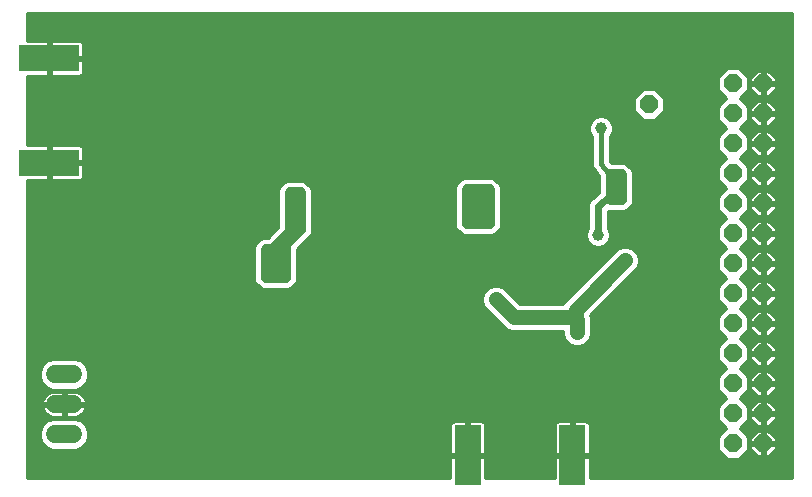
<source format=gbl>
G75*
%MOIN*%
%OFA0B0*%
%FSLAX25Y25*%
%IPPOS*%
%LPD*%
%AMOC8*
5,1,8,0,0,1.08239X$1,22.5*
%
%ADD10OC8,0.06000*%
%ADD11R,0.20000X0.09000*%
%ADD12R,0.09000X0.20000*%
%ADD13C,0.06000*%
%ADD14C,0.03937*%
%ADD15C,0.01000*%
%ADD16C,0.01600*%
%ADD17C,0.02400*%
%ADD18C,0.05000*%
D10*
X0248506Y0165506D03*
X0276506Y0162506D03*
X0286506Y0162506D03*
X0286506Y0152506D03*
X0276506Y0152506D03*
X0276506Y0142506D03*
X0286506Y0142506D03*
X0286506Y0132506D03*
X0276506Y0132506D03*
X0276506Y0122506D03*
X0286506Y0122506D03*
X0286506Y0112506D03*
X0276506Y0112506D03*
X0276506Y0102506D03*
X0286506Y0102506D03*
X0286506Y0092506D03*
X0276506Y0092506D03*
X0276506Y0082506D03*
X0286506Y0082506D03*
X0286506Y0072506D03*
X0276506Y0072506D03*
X0276506Y0062506D03*
X0286506Y0062506D03*
X0286506Y0052506D03*
X0276506Y0052506D03*
X0276506Y0172506D03*
X0286506Y0172506D03*
D11*
X0048606Y0180906D03*
X0048606Y0146106D03*
D12*
X0188106Y0048606D03*
X0222906Y0048606D03*
D13*
X0056506Y0055506D02*
X0050506Y0055506D01*
X0050506Y0065506D02*
X0056506Y0065506D01*
X0056506Y0075506D02*
X0050506Y0075506D01*
D14*
X0044506Y0061506D03*
X0057506Y0045506D03*
X0064506Y0052506D03*
X0071506Y0045506D03*
X0087506Y0049506D03*
X0093506Y0049506D03*
X0094506Y0043506D03*
X0090506Y0054506D03*
X0087506Y0073506D03*
X0093506Y0073506D03*
X0090506Y0078506D03*
X0096506Y0078506D03*
X0084506Y0078506D03*
X0067506Y0093506D03*
X0089506Y0101506D03*
X0095506Y0101506D03*
X0101506Y0101506D03*
X0107506Y0101506D03*
X0122506Y0108506D03*
X0126506Y0111506D03*
X0122506Y0113506D03*
X0140006Y0118006D03*
X0144006Y0115006D03*
X0139506Y0125506D03*
X0139506Y0131506D03*
X0139006Y0139506D03*
X0130506Y0134506D03*
X0130506Y0130006D03*
X0121506Y0130506D03*
X0118506Y0139506D03*
X0108506Y0139506D03*
X0103506Y0136506D03*
X0098506Y0133506D03*
X0091506Y0127506D03*
X0087506Y0123506D03*
X0082506Y0120506D03*
X0080506Y0136506D03*
X0088506Y0145506D03*
X0082506Y0154506D03*
X0075506Y0154506D03*
X0069506Y0153506D03*
X0055506Y0146006D03*
X0049506Y0146006D03*
X0043506Y0146006D03*
X0043506Y0137506D03*
X0063506Y0139506D03*
X0043506Y0154506D03*
X0043506Y0172506D03*
X0043506Y0181006D03*
X0049506Y0181006D03*
X0055506Y0181006D03*
X0043506Y0193506D03*
X0079506Y0175506D03*
X0093506Y0193506D03*
X0103506Y0179506D03*
X0115506Y0173506D03*
X0128506Y0167506D03*
X0142506Y0153506D03*
X0151506Y0156506D03*
X0152506Y0165506D03*
X0172506Y0149506D03*
X0166506Y0145506D03*
X0173506Y0143506D03*
X0188506Y0136506D03*
X0194506Y0136506D03*
X0194506Y0126506D03*
X0188506Y0126506D03*
X0173506Y0118506D03*
X0166506Y0117506D03*
X0168506Y0111506D03*
X0164506Y0105506D03*
X0185506Y0104506D03*
X0197506Y0100506D03*
X0201506Y0096506D03*
X0200506Y0107506D03*
X0206506Y0113506D03*
X0215006Y0119006D03*
X0219506Y0113506D03*
X0231506Y0122006D03*
X0240506Y0113006D03*
X0259506Y0111506D03*
X0263506Y0108506D03*
X0241506Y0094506D03*
X0256506Y0088506D03*
X0256506Y0069506D03*
X0241506Y0058506D03*
X0243506Y0043506D03*
X0223006Y0043506D03*
X0223006Y0049506D03*
X0214506Y0043506D03*
X0223006Y0055506D03*
X0213506Y0068506D03*
X0219506Y0069506D03*
X0218506Y0075506D03*
X0228506Y0074506D03*
X0228506Y0079506D03*
X0228506Y0084506D03*
X0224506Y0090006D03*
X0224006Y0094506D03*
X0197506Y0084506D03*
X0177506Y0075506D03*
X0153506Y0085506D03*
X0146506Y0067506D03*
X0127506Y0080506D03*
X0143506Y0043506D03*
X0188006Y0043506D03*
X0188006Y0049506D03*
X0188006Y0055506D03*
X0196506Y0043506D03*
X0263506Y0050506D03*
X0293506Y0043506D03*
X0293506Y0093506D03*
X0263506Y0133006D03*
X0265506Y0138506D03*
X0258006Y0140006D03*
X0238506Y0135506D03*
X0236506Y0140506D03*
X0218506Y0137506D03*
X0214506Y0137506D03*
X0214506Y0133506D03*
X0214506Y0129506D03*
X0218506Y0129506D03*
X0218506Y0133506D03*
X0210506Y0133506D03*
X0210506Y0129506D03*
X0210506Y0137506D03*
X0232506Y0157506D03*
X0212506Y0172506D03*
X0220006Y0180006D03*
X0228006Y0176006D03*
X0243506Y0193506D03*
X0264506Y0182506D03*
X0258506Y0162506D03*
X0293506Y0142506D03*
X0293506Y0193506D03*
X0201006Y0173006D03*
X0189006Y0170006D03*
X0185506Y0158506D03*
X0150006Y0126006D03*
X0122506Y0149506D03*
X0109506Y0155506D03*
X0105506Y0153506D03*
X0098506Y0154506D03*
X0055506Y0115506D03*
X0043506Y0093506D03*
X0043506Y0043506D03*
X0143506Y0193506D03*
X0193506Y0193506D03*
D15*
X0041006Y0140306D02*
X0041006Y0041006D01*
X0182306Y0041006D01*
X0182306Y0048106D01*
X0187606Y0048106D01*
X0188606Y0048106D01*
X0188606Y0041006D01*
X0187606Y0041006D01*
X0187606Y0048106D01*
X0187606Y0049106D01*
X0182306Y0049106D01*
X0182306Y0058777D01*
X0182395Y0059108D01*
X0182566Y0059405D01*
X0182808Y0059647D01*
X0183105Y0059818D01*
X0183435Y0059906D01*
X0187606Y0059906D01*
X0187606Y0049106D01*
X0188606Y0049106D01*
X0188606Y0059906D01*
X0192777Y0059906D01*
X0193108Y0059818D01*
X0193405Y0059647D01*
X0193647Y0059405D01*
X0193818Y0059108D01*
X0193906Y0058777D01*
X0193906Y0049106D01*
X0188606Y0049106D01*
X0188606Y0048106D01*
X0193906Y0048106D01*
X0193906Y0041006D01*
X0217106Y0041006D01*
X0217106Y0048106D01*
X0222406Y0048106D01*
X0223406Y0048106D01*
X0223406Y0041006D01*
X0222406Y0041006D01*
X0222406Y0048106D01*
X0222406Y0049106D01*
X0217106Y0049106D01*
X0217106Y0058777D01*
X0217195Y0059108D01*
X0217366Y0059405D01*
X0217608Y0059647D01*
X0217905Y0059818D01*
X0218235Y0059906D01*
X0222406Y0059906D01*
X0222406Y0049106D01*
X0223406Y0049106D01*
X0223406Y0059906D01*
X0227577Y0059906D01*
X0227908Y0059818D01*
X0228205Y0059647D01*
X0228447Y0059405D01*
X0228618Y0059108D01*
X0228706Y0058777D01*
X0228706Y0049106D01*
X0223406Y0049106D01*
X0223406Y0048106D01*
X0228706Y0048106D01*
X0228706Y0041006D01*
X0296006Y0041006D01*
X0296006Y0196006D01*
X0041006Y0196006D01*
X0041006Y0186706D01*
X0048106Y0186706D01*
X0048106Y0181406D01*
X0048106Y0180406D01*
X0041006Y0180406D01*
X0041006Y0181406D01*
X0048106Y0181406D01*
X0049106Y0181406D01*
X0049106Y0186706D01*
X0058777Y0186706D01*
X0059108Y0186618D01*
X0059405Y0186447D01*
X0059647Y0186205D01*
X0059818Y0185908D01*
X0059906Y0185577D01*
X0059906Y0181406D01*
X0049106Y0181406D01*
X0049106Y0180406D01*
X0049106Y0175106D01*
X0058777Y0175106D01*
X0059108Y0175195D01*
X0059405Y0175366D01*
X0059647Y0175608D01*
X0059818Y0175905D01*
X0059906Y0176235D01*
X0059906Y0180406D01*
X0049106Y0180406D01*
X0048106Y0180406D01*
X0048106Y0175106D01*
X0041006Y0175106D01*
X0041006Y0151906D01*
X0048106Y0151906D01*
X0048106Y0146606D01*
X0048106Y0145606D01*
X0041006Y0145606D01*
X0041006Y0146606D01*
X0048106Y0146606D01*
X0049106Y0146606D01*
X0049106Y0151906D01*
X0058777Y0151906D01*
X0059108Y0151818D01*
X0059405Y0151647D01*
X0059647Y0151405D01*
X0059818Y0151108D01*
X0059906Y0150777D01*
X0059906Y0146606D01*
X0049106Y0146606D01*
X0049106Y0145606D01*
X0049106Y0140306D01*
X0058777Y0140306D01*
X0059108Y0140395D01*
X0059405Y0140566D01*
X0059647Y0140808D01*
X0059818Y0141105D01*
X0059906Y0141435D01*
X0059906Y0145606D01*
X0049106Y0145606D01*
X0048106Y0145606D01*
X0048106Y0140306D01*
X0041006Y0140306D01*
X0041006Y0139356D02*
X0126679Y0139356D01*
X0127034Y0139710D02*
X0125302Y0137979D01*
X0124906Y0137023D01*
X0124906Y0124583D01*
X0121429Y0121106D01*
X0119989Y0121106D01*
X0119034Y0120710D01*
X0118302Y0119979D01*
X0117302Y0118979D01*
X0116906Y0118023D01*
X0116906Y0106989D01*
X0117302Y0106034D01*
X0118034Y0105302D01*
X0119034Y0104302D01*
X0119989Y0103906D01*
X0128023Y0103906D01*
X0128979Y0104302D01*
X0129710Y0105034D01*
X0130710Y0106034D01*
X0131106Y0106989D01*
X0131106Y0117429D01*
X0135710Y0122034D01*
X0136106Y0122989D01*
X0136106Y0137023D01*
X0135710Y0137979D01*
X0134979Y0138710D01*
X0133979Y0139710D01*
X0133023Y0140106D01*
X0127989Y0140106D01*
X0127034Y0139710D01*
X0125680Y0138357D02*
X0041006Y0138357D01*
X0041006Y0137359D02*
X0125045Y0137359D01*
X0124906Y0136360D02*
X0041006Y0136360D01*
X0041006Y0135362D02*
X0124906Y0135362D01*
X0124906Y0134363D02*
X0041006Y0134363D01*
X0041006Y0133365D02*
X0124906Y0133365D01*
X0124906Y0132366D02*
X0041006Y0132366D01*
X0041006Y0131368D02*
X0124906Y0131368D01*
X0124906Y0130369D02*
X0041006Y0130369D01*
X0041006Y0129371D02*
X0124906Y0129371D01*
X0124906Y0128372D02*
X0041006Y0128372D01*
X0041006Y0127374D02*
X0124906Y0127374D01*
X0124906Y0126375D02*
X0041006Y0126375D01*
X0041006Y0125377D02*
X0124906Y0125377D01*
X0124701Y0124378D02*
X0041006Y0124378D01*
X0041006Y0123380D02*
X0123703Y0123380D01*
X0122704Y0122381D02*
X0041006Y0122381D01*
X0041006Y0121383D02*
X0121706Y0121383D01*
X0123386Y0119386D02*
X0129386Y0119386D01*
X0128506Y0118506D02*
X0128506Y0107506D01*
X0127506Y0106506D01*
X0120506Y0106506D01*
X0119506Y0107506D01*
X0119506Y0117506D01*
X0120506Y0118506D01*
X0122506Y0118506D01*
X0127506Y0123506D01*
X0127506Y0136506D01*
X0128506Y0137506D01*
X0132506Y0137506D01*
X0133506Y0136506D01*
X0133506Y0123506D01*
X0128506Y0118506D01*
X0128506Y0118387D02*
X0120387Y0118387D01*
X0119506Y0117389D02*
X0128506Y0117389D01*
X0128506Y0116390D02*
X0119506Y0116390D01*
X0119506Y0115392D02*
X0128506Y0115392D01*
X0128506Y0114393D02*
X0119506Y0114393D01*
X0119506Y0113395D02*
X0128506Y0113395D01*
X0128506Y0112396D02*
X0119506Y0112396D01*
X0119506Y0111398D02*
X0128506Y0111398D01*
X0128506Y0110399D02*
X0119506Y0110399D01*
X0119506Y0109401D02*
X0128506Y0109401D01*
X0128506Y0108402D02*
X0119506Y0108402D01*
X0119609Y0107404D02*
X0128404Y0107404D01*
X0130084Y0105407D02*
X0225901Y0105407D01*
X0226900Y0106405D02*
X0130864Y0106405D01*
X0131106Y0107404D02*
X0227898Y0107404D01*
X0228897Y0108402D02*
X0131106Y0108402D01*
X0131106Y0109401D02*
X0229895Y0109401D01*
X0230894Y0110399D02*
X0131106Y0110399D01*
X0131106Y0111398D02*
X0231892Y0111398D01*
X0232891Y0112396D02*
X0131106Y0112396D01*
X0131106Y0113395D02*
X0233889Y0113395D01*
X0234888Y0114393D02*
X0131106Y0114393D01*
X0131106Y0115392D02*
X0235886Y0115392D01*
X0236885Y0116390D02*
X0131106Y0116390D01*
X0131106Y0117389D02*
X0237883Y0117389D01*
X0237901Y0117406D02*
X0221401Y0100906D01*
X0220107Y0099612D01*
X0219897Y0099106D01*
X0205412Y0099106D01*
X0204112Y0100406D01*
X0200112Y0104406D01*
X0198421Y0105106D01*
X0196591Y0105106D01*
X0194901Y0104406D01*
X0193607Y0103112D01*
X0192906Y0101421D01*
X0192906Y0099591D01*
X0193607Y0097901D01*
X0197607Y0093901D01*
X0199607Y0091901D01*
X0200901Y0090607D01*
X0202591Y0089906D01*
X0219906Y0089906D01*
X0219906Y0088591D01*
X0220607Y0086901D01*
X0221901Y0085607D01*
X0223591Y0084906D01*
X0225421Y0084906D01*
X0227112Y0085607D01*
X0228406Y0086901D01*
X0229106Y0088591D01*
X0229106Y0094421D01*
X0228761Y0095255D01*
X0244406Y0110901D01*
X0245106Y0112591D01*
X0245106Y0114421D01*
X0244406Y0116112D01*
X0243112Y0117406D01*
X0241421Y0118106D01*
X0239591Y0118106D01*
X0237901Y0117406D01*
X0234955Y0119702D02*
X0235575Y0121197D01*
X0235575Y0122816D01*
X0234955Y0124311D01*
X0234806Y0124460D01*
X0234806Y0129961D01*
X0234823Y0129975D01*
X0234989Y0129906D01*
X0240023Y0129906D01*
X0240979Y0130302D01*
X0241710Y0131034D01*
X0242710Y0132034D01*
X0243106Y0132989D01*
X0243106Y0143023D01*
X0242710Y0143979D01*
X0241979Y0144710D01*
X0240979Y0145710D01*
X0240023Y0146106D01*
X0235740Y0146106D01*
X0235406Y0146524D01*
X0235406Y0154653D01*
X0235955Y0155202D01*
X0236575Y0156697D01*
X0236575Y0158316D01*
X0235955Y0159811D01*
X0234811Y0160955D01*
X0233316Y0161575D01*
X0231697Y0161575D01*
X0230202Y0160955D01*
X0229057Y0159811D01*
X0228438Y0158316D01*
X0228438Y0156697D01*
X0229057Y0155202D01*
X0229606Y0154653D01*
X0229606Y0145667D01*
X0229560Y0145253D01*
X0229606Y0145095D01*
X0229606Y0144929D01*
X0229766Y0144545D01*
X0229881Y0144145D01*
X0229985Y0144016D01*
X0230048Y0143864D01*
X0230342Y0143569D01*
X0231906Y0141614D01*
X0231906Y0136135D01*
X0229779Y0134363D01*
X0229637Y0134304D01*
X0229279Y0133946D01*
X0228889Y0133621D01*
X0228818Y0133485D01*
X0228709Y0133376D01*
X0228515Y0132907D01*
X0228279Y0132459D01*
X0228265Y0132305D01*
X0228206Y0132163D01*
X0228206Y0131656D01*
X0228160Y0131151D01*
X0228206Y0131004D01*
X0228206Y0124460D01*
X0228057Y0124311D01*
X0227438Y0122816D01*
X0227438Y0121197D01*
X0228057Y0119702D01*
X0229202Y0118557D01*
X0230697Y0117938D01*
X0232316Y0117938D01*
X0233811Y0118557D01*
X0234955Y0119702D01*
X0234639Y0119386D02*
X0272414Y0119386D01*
X0271416Y0120384D02*
X0235238Y0120384D01*
X0235575Y0121383D02*
X0271406Y0121383D01*
X0271406Y0120394D02*
X0274294Y0117506D01*
X0271406Y0114619D01*
X0271406Y0110394D01*
X0274294Y0107506D01*
X0271406Y0104619D01*
X0271406Y0100394D01*
X0274294Y0097506D01*
X0271406Y0094619D01*
X0271406Y0090394D01*
X0274294Y0087506D01*
X0271406Y0084619D01*
X0271406Y0080394D01*
X0274294Y0077506D01*
X0271406Y0074619D01*
X0271406Y0070394D01*
X0274294Y0067506D01*
X0271406Y0064619D01*
X0271406Y0060394D01*
X0274294Y0057506D01*
X0271406Y0054619D01*
X0271406Y0050394D01*
X0274394Y0047406D01*
X0278619Y0047406D01*
X0281606Y0050394D01*
X0281606Y0054619D01*
X0278719Y0057506D01*
X0281606Y0060394D01*
X0281606Y0064619D01*
X0278719Y0067506D01*
X0281606Y0070394D01*
X0281606Y0074619D01*
X0278719Y0077506D01*
X0281606Y0080394D01*
X0281606Y0084619D01*
X0278719Y0087506D01*
X0281606Y0090394D01*
X0281606Y0094619D01*
X0278719Y0097506D01*
X0281606Y0100394D01*
X0281606Y0104619D01*
X0278719Y0107506D01*
X0281606Y0110394D01*
X0281606Y0114619D01*
X0278719Y0117506D01*
X0281606Y0120394D01*
X0281606Y0124619D01*
X0278719Y0127506D01*
X0281606Y0130394D01*
X0281606Y0134619D01*
X0278719Y0137506D01*
X0281606Y0140394D01*
X0281606Y0144619D01*
X0278719Y0147506D01*
X0281606Y0150394D01*
X0281606Y0154619D01*
X0278719Y0157506D01*
X0281606Y0160394D01*
X0281606Y0164619D01*
X0278719Y0167506D01*
X0281606Y0170394D01*
X0281606Y0174619D01*
X0278619Y0177606D01*
X0274394Y0177606D01*
X0271406Y0174619D01*
X0271406Y0170394D01*
X0274294Y0167506D01*
X0271406Y0164619D01*
X0271406Y0160394D01*
X0274294Y0157506D01*
X0271406Y0154619D01*
X0271406Y0150394D01*
X0274294Y0147506D01*
X0271406Y0144619D01*
X0271406Y0140394D01*
X0274294Y0137506D01*
X0271406Y0134619D01*
X0271406Y0130394D01*
X0274294Y0127506D01*
X0271406Y0124619D01*
X0271406Y0120394D01*
X0271406Y0122381D02*
X0235575Y0122381D01*
X0235341Y0123380D02*
X0271406Y0123380D01*
X0271406Y0124378D02*
X0234888Y0124378D01*
X0234806Y0125377D02*
X0272164Y0125377D01*
X0273163Y0126375D02*
X0234806Y0126375D01*
X0234806Y0127374D02*
X0274161Y0127374D01*
X0273428Y0128372D02*
X0234806Y0128372D01*
X0234806Y0129371D02*
X0272429Y0129371D01*
X0271431Y0130369D02*
X0241046Y0130369D01*
X0242045Y0131368D02*
X0271406Y0131368D01*
X0271406Y0132366D02*
X0242848Y0132366D01*
X0243106Y0133365D02*
X0271406Y0133365D01*
X0271406Y0134363D02*
X0243106Y0134363D01*
X0243106Y0135362D02*
X0272149Y0135362D01*
X0273148Y0136360D02*
X0243106Y0136360D01*
X0243106Y0137359D02*
X0274146Y0137359D01*
X0273443Y0138357D02*
X0243106Y0138357D01*
X0243106Y0139356D02*
X0272444Y0139356D01*
X0271446Y0140354D02*
X0243106Y0140354D01*
X0243106Y0141353D02*
X0271406Y0141353D01*
X0271406Y0142351D02*
X0243106Y0142351D01*
X0242971Y0143350D02*
X0271406Y0143350D01*
X0271406Y0144348D02*
X0242341Y0144348D01*
X0241343Y0145347D02*
X0272135Y0145347D01*
X0273133Y0146346D02*
X0235549Y0146346D01*
X0235406Y0147344D02*
X0274132Y0147344D01*
X0273458Y0148343D02*
X0235406Y0148343D01*
X0235406Y0149341D02*
X0272459Y0149341D01*
X0271461Y0150340D02*
X0235406Y0150340D01*
X0235406Y0151338D02*
X0271406Y0151338D01*
X0271406Y0152337D02*
X0235406Y0152337D01*
X0235406Y0153335D02*
X0271406Y0153335D01*
X0271406Y0154334D02*
X0235406Y0154334D01*
X0236009Y0155332D02*
X0272120Y0155332D01*
X0273118Y0156331D02*
X0236423Y0156331D01*
X0236575Y0157329D02*
X0274117Y0157329D01*
X0273472Y0158328D02*
X0236570Y0158328D01*
X0236156Y0159326D02*
X0272474Y0159326D01*
X0271475Y0160325D02*
X0235442Y0160325D01*
X0233923Y0161323D02*
X0245477Y0161323D01*
X0246394Y0160406D02*
X0250619Y0160406D01*
X0253606Y0163394D01*
X0253606Y0167619D01*
X0250619Y0170606D01*
X0246394Y0170606D01*
X0243406Y0167619D01*
X0243406Y0163394D01*
X0246394Y0160406D01*
X0244478Y0162322D02*
X0041006Y0162322D01*
X0041006Y0163320D02*
X0243480Y0163320D01*
X0243406Y0164319D02*
X0041006Y0164319D01*
X0041006Y0165317D02*
X0243406Y0165317D01*
X0243406Y0166316D02*
X0041006Y0166316D01*
X0041006Y0167314D02*
X0243406Y0167314D01*
X0244100Y0168313D02*
X0041006Y0168313D01*
X0041006Y0169311D02*
X0245099Y0169311D01*
X0246097Y0170310D02*
X0041006Y0170310D01*
X0041006Y0171308D02*
X0271406Y0171308D01*
X0271406Y0172307D02*
X0041006Y0172307D01*
X0041006Y0173305D02*
X0271406Y0173305D01*
X0271406Y0174304D02*
X0041006Y0174304D01*
X0048106Y0175302D02*
X0049106Y0175302D01*
X0049106Y0176301D02*
X0048106Y0176301D01*
X0048106Y0177299D02*
X0049106Y0177299D01*
X0049106Y0178298D02*
X0048106Y0178298D01*
X0048106Y0179296D02*
X0049106Y0179296D01*
X0049106Y0180295D02*
X0048106Y0180295D01*
X0048106Y0181293D02*
X0041006Y0181293D01*
X0041006Y0187284D02*
X0296006Y0187284D01*
X0296006Y0186286D02*
X0059565Y0186286D01*
X0059906Y0185287D02*
X0296006Y0185287D01*
X0296006Y0184289D02*
X0059906Y0184289D01*
X0059906Y0183290D02*
X0296006Y0183290D01*
X0296006Y0182292D02*
X0059906Y0182292D01*
X0059906Y0180295D02*
X0296006Y0180295D01*
X0296006Y0181293D02*
X0049106Y0181293D01*
X0049106Y0182292D02*
X0048106Y0182292D01*
X0048106Y0183290D02*
X0049106Y0183290D01*
X0049106Y0184289D02*
X0048106Y0184289D01*
X0048106Y0185287D02*
X0049106Y0185287D01*
X0049106Y0186286D02*
X0048106Y0186286D01*
X0041006Y0188283D02*
X0296006Y0188283D01*
X0296006Y0189282D02*
X0041006Y0189282D01*
X0041006Y0190280D02*
X0296006Y0190280D01*
X0296006Y0191279D02*
X0041006Y0191279D01*
X0041006Y0192277D02*
X0296006Y0192277D01*
X0296006Y0193276D02*
X0041006Y0193276D01*
X0041006Y0194274D02*
X0296006Y0194274D01*
X0296006Y0195273D02*
X0041006Y0195273D01*
X0059906Y0179296D02*
X0296006Y0179296D01*
X0296006Y0178298D02*
X0059906Y0178298D01*
X0059906Y0177299D02*
X0274087Y0177299D01*
X0273088Y0176301D02*
X0059906Y0176301D01*
X0059294Y0175302D02*
X0272090Y0175302D01*
X0271490Y0170310D02*
X0250915Y0170310D01*
X0251914Y0169311D02*
X0272489Y0169311D01*
X0273487Y0168313D02*
X0252912Y0168313D01*
X0253606Y0167314D02*
X0274102Y0167314D01*
X0273103Y0166316D02*
X0253606Y0166316D01*
X0253606Y0165317D02*
X0272105Y0165317D01*
X0271406Y0164319D02*
X0253606Y0164319D01*
X0253533Y0163320D02*
X0271406Y0163320D01*
X0271406Y0162322D02*
X0252534Y0162322D01*
X0251536Y0161323D02*
X0271406Y0161323D01*
X0278896Y0157329D02*
X0296006Y0157329D01*
X0296006Y0156331D02*
X0288763Y0156331D01*
X0288287Y0156806D02*
X0287006Y0156806D01*
X0287006Y0153006D01*
X0286006Y0153006D01*
X0286006Y0152006D01*
X0282206Y0152006D01*
X0282206Y0150725D01*
X0284725Y0148206D01*
X0286006Y0148206D01*
X0286006Y0152006D01*
X0287006Y0152006D01*
X0287006Y0148206D01*
X0288287Y0148206D01*
X0290806Y0150725D01*
X0290806Y0152006D01*
X0287006Y0152006D01*
X0287006Y0153006D01*
X0290806Y0153006D01*
X0290806Y0154287D01*
X0288287Y0156806D01*
X0287006Y0156331D02*
X0286006Y0156331D01*
X0286006Y0156806D02*
X0284725Y0156806D01*
X0282206Y0154287D01*
X0282206Y0153006D01*
X0286006Y0153006D01*
X0286006Y0156806D01*
X0286006Y0158206D02*
X0286006Y0162006D01*
X0282206Y0162006D01*
X0282206Y0160725D01*
X0284725Y0158206D01*
X0286006Y0158206D01*
X0286006Y0158328D02*
X0287006Y0158328D01*
X0287006Y0158206D02*
X0288287Y0158206D01*
X0290806Y0160725D01*
X0290806Y0162006D01*
X0287006Y0162006D01*
X0287006Y0158206D01*
X0287006Y0159326D02*
X0286006Y0159326D01*
X0286006Y0160325D02*
X0287006Y0160325D01*
X0287006Y0161323D02*
X0286006Y0161323D01*
X0286006Y0162006D02*
X0287006Y0162006D01*
X0287006Y0163006D01*
X0286006Y0163006D01*
X0286006Y0162006D01*
X0286006Y0162322D02*
X0281606Y0162322D01*
X0282206Y0163006D02*
X0286006Y0163006D01*
X0286006Y0166806D01*
X0284725Y0166806D01*
X0282206Y0164287D01*
X0282206Y0163006D01*
X0282206Y0163320D02*
X0281606Y0163320D01*
X0281606Y0164319D02*
X0282238Y0164319D01*
X0283236Y0165317D02*
X0280908Y0165317D01*
X0279909Y0166316D02*
X0284235Y0166316D01*
X0286006Y0166316D02*
X0287006Y0166316D01*
X0287006Y0166806D02*
X0287006Y0163006D01*
X0290806Y0163006D01*
X0290806Y0164287D01*
X0288287Y0166806D01*
X0287006Y0166806D01*
X0287006Y0168206D02*
X0288287Y0168206D01*
X0290806Y0170725D01*
X0290806Y0172006D01*
X0287006Y0172006D01*
X0287006Y0168206D01*
X0287006Y0168313D02*
X0286006Y0168313D01*
X0286006Y0168206D02*
X0286006Y0172006D01*
X0282206Y0172006D01*
X0282206Y0170725D01*
X0284725Y0168206D01*
X0286006Y0168206D01*
X0286006Y0169311D02*
X0287006Y0169311D01*
X0287006Y0170310D02*
X0286006Y0170310D01*
X0286006Y0171308D02*
X0287006Y0171308D01*
X0287006Y0172006D02*
X0286006Y0172006D01*
X0286006Y0173006D01*
X0282206Y0173006D01*
X0282206Y0174287D01*
X0284725Y0176806D01*
X0286006Y0176806D01*
X0286006Y0173006D01*
X0287006Y0173006D01*
X0287006Y0176806D01*
X0288287Y0176806D01*
X0290806Y0174287D01*
X0290806Y0173006D01*
X0287006Y0173006D01*
X0287006Y0172006D01*
X0287006Y0172307D02*
X0296006Y0172307D01*
X0296006Y0173305D02*
X0290806Y0173305D01*
X0290790Y0174304D02*
X0296006Y0174304D01*
X0296006Y0175302D02*
X0289791Y0175302D01*
X0288793Y0176301D02*
X0296006Y0176301D01*
X0296006Y0177299D02*
X0278926Y0177299D01*
X0279924Y0176301D02*
X0284220Y0176301D01*
X0283221Y0175302D02*
X0280923Y0175302D01*
X0281606Y0174304D02*
X0282223Y0174304D01*
X0282206Y0173305D02*
X0281606Y0173305D01*
X0281606Y0172307D02*
X0286006Y0172307D01*
X0286006Y0173305D02*
X0287006Y0173305D01*
X0287006Y0174304D02*
X0286006Y0174304D01*
X0286006Y0175302D02*
X0287006Y0175302D01*
X0287006Y0176301D02*
X0286006Y0176301D01*
X0282206Y0171308D02*
X0281606Y0171308D01*
X0281522Y0170310D02*
X0282622Y0170310D01*
X0283620Y0169311D02*
X0280524Y0169311D01*
X0279525Y0168313D02*
X0284619Y0168313D01*
X0288394Y0168313D02*
X0296006Y0168313D01*
X0296006Y0169311D02*
X0289392Y0169311D01*
X0290391Y0170310D02*
X0296006Y0170310D01*
X0296006Y0171308D02*
X0290806Y0171308D01*
X0288778Y0166316D02*
X0296006Y0166316D01*
X0296006Y0167314D02*
X0278911Y0167314D01*
X0286006Y0165317D02*
X0287006Y0165317D01*
X0287006Y0164319D02*
X0286006Y0164319D01*
X0286006Y0163320D02*
X0287006Y0163320D01*
X0287006Y0162322D02*
X0296006Y0162322D01*
X0296006Y0163320D02*
X0290806Y0163320D01*
X0290775Y0164319D02*
X0296006Y0164319D01*
X0296006Y0165317D02*
X0289776Y0165317D01*
X0290806Y0161323D02*
X0296006Y0161323D01*
X0296006Y0160325D02*
X0290406Y0160325D01*
X0289407Y0159326D02*
X0296006Y0159326D01*
X0296006Y0158328D02*
X0288409Y0158328D01*
X0289762Y0155332D02*
X0296006Y0155332D01*
X0296006Y0154334D02*
X0290760Y0154334D01*
X0290806Y0153335D02*
X0296006Y0153335D01*
X0296006Y0152337D02*
X0287006Y0152337D01*
X0287006Y0153335D02*
X0286006Y0153335D01*
X0286006Y0152337D02*
X0281606Y0152337D01*
X0281606Y0153335D02*
X0282206Y0153335D01*
X0282253Y0154334D02*
X0281606Y0154334D01*
X0280893Y0155332D02*
X0283251Y0155332D01*
X0284250Y0156331D02*
X0279894Y0156331D01*
X0279540Y0158328D02*
X0284604Y0158328D01*
X0283605Y0159326D02*
X0280539Y0159326D01*
X0281537Y0160325D02*
X0282607Y0160325D01*
X0282206Y0161323D02*
X0281606Y0161323D01*
X0286006Y0155332D02*
X0287006Y0155332D01*
X0287006Y0154334D02*
X0286006Y0154334D01*
X0286006Y0151338D02*
X0287006Y0151338D01*
X0287006Y0150340D02*
X0286006Y0150340D01*
X0286006Y0149341D02*
X0287006Y0149341D01*
X0287006Y0148343D02*
X0286006Y0148343D01*
X0284589Y0148343D02*
X0279555Y0148343D01*
X0278881Y0147344D02*
X0296006Y0147344D01*
X0296006Y0146346D02*
X0288748Y0146346D01*
X0288287Y0146806D02*
X0287006Y0146806D01*
X0287006Y0143006D01*
X0286006Y0143006D01*
X0286006Y0142006D01*
X0282206Y0142006D01*
X0282206Y0140725D01*
X0284725Y0138206D01*
X0286006Y0138206D01*
X0286006Y0142006D01*
X0287006Y0142006D01*
X0287006Y0138206D01*
X0288287Y0138206D01*
X0290806Y0140725D01*
X0290806Y0142006D01*
X0287006Y0142006D01*
X0287006Y0143006D01*
X0290806Y0143006D01*
X0290806Y0144287D01*
X0288287Y0146806D01*
X0287006Y0146346D02*
X0286006Y0146346D01*
X0286006Y0146806D02*
X0286006Y0143006D01*
X0282206Y0143006D01*
X0282206Y0144287D01*
X0284725Y0146806D01*
X0286006Y0146806D01*
X0286006Y0145347D02*
X0287006Y0145347D01*
X0287006Y0144348D02*
X0286006Y0144348D01*
X0286006Y0143350D02*
X0287006Y0143350D01*
X0287006Y0142351D02*
X0296006Y0142351D01*
X0296006Y0141353D02*
X0290806Y0141353D01*
X0290436Y0140354D02*
X0296006Y0140354D01*
X0296006Y0139356D02*
X0289437Y0139356D01*
X0288439Y0138357D02*
X0296006Y0138357D01*
X0296006Y0137359D02*
X0278866Y0137359D01*
X0279570Y0138357D02*
X0284574Y0138357D01*
X0283576Y0139356D02*
X0280568Y0139356D01*
X0281567Y0140354D02*
X0282577Y0140354D01*
X0282206Y0141353D02*
X0281606Y0141353D01*
X0281606Y0142351D02*
X0286006Y0142351D01*
X0286006Y0141353D02*
X0287006Y0141353D01*
X0287006Y0140354D02*
X0286006Y0140354D01*
X0286006Y0139356D02*
X0287006Y0139356D01*
X0287006Y0138357D02*
X0286006Y0138357D01*
X0286006Y0136806D02*
X0284725Y0136806D01*
X0282206Y0134287D01*
X0282206Y0133006D01*
X0286006Y0133006D01*
X0286006Y0132006D01*
X0282206Y0132006D01*
X0282206Y0130725D01*
X0284725Y0128206D01*
X0286006Y0128206D01*
X0286006Y0132006D01*
X0287006Y0132006D01*
X0287006Y0128206D01*
X0288287Y0128206D01*
X0290806Y0130725D01*
X0290806Y0132006D01*
X0287006Y0132006D01*
X0287006Y0133006D01*
X0286006Y0133006D01*
X0286006Y0136806D01*
X0286006Y0136360D02*
X0287006Y0136360D01*
X0287006Y0136806D02*
X0287006Y0133006D01*
X0290806Y0133006D01*
X0290806Y0134287D01*
X0288287Y0136806D01*
X0287006Y0136806D01*
X0287006Y0135362D02*
X0286006Y0135362D01*
X0286006Y0134363D02*
X0287006Y0134363D01*
X0287006Y0133365D02*
X0286006Y0133365D01*
X0286006Y0132366D02*
X0281606Y0132366D01*
X0281606Y0131368D02*
X0282206Y0131368D01*
X0282562Y0130369D02*
X0281582Y0130369D01*
X0280583Y0129371D02*
X0283561Y0129371D01*
X0284559Y0128372D02*
X0279585Y0128372D01*
X0278851Y0127374D02*
X0296006Y0127374D01*
X0296006Y0128372D02*
X0288453Y0128372D01*
X0289452Y0129371D02*
X0296006Y0129371D01*
X0296006Y0130369D02*
X0290450Y0130369D01*
X0290806Y0131368D02*
X0296006Y0131368D01*
X0296006Y0132366D02*
X0287006Y0132366D01*
X0287006Y0131368D02*
X0286006Y0131368D01*
X0286006Y0130369D02*
X0287006Y0130369D01*
X0287006Y0129371D02*
X0286006Y0129371D01*
X0286006Y0128372D02*
X0287006Y0128372D01*
X0287006Y0126806D02*
X0287006Y0123006D01*
X0286006Y0123006D01*
X0286006Y0122006D01*
X0282206Y0122006D01*
X0282206Y0120725D01*
X0284725Y0118206D01*
X0286006Y0118206D01*
X0286006Y0122006D01*
X0287006Y0122006D01*
X0287006Y0118206D01*
X0288287Y0118206D01*
X0290806Y0120725D01*
X0290806Y0122006D01*
X0287006Y0122006D01*
X0287006Y0123006D01*
X0290806Y0123006D01*
X0290806Y0124287D01*
X0288287Y0126806D01*
X0287006Y0126806D01*
X0287006Y0126375D02*
X0286006Y0126375D01*
X0286006Y0126806D02*
X0284725Y0126806D01*
X0282206Y0124287D01*
X0282206Y0123006D01*
X0286006Y0123006D01*
X0286006Y0126806D01*
X0286006Y0125377D02*
X0287006Y0125377D01*
X0287006Y0124378D02*
X0286006Y0124378D01*
X0286006Y0123380D02*
X0287006Y0123380D01*
X0287006Y0122381D02*
X0296006Y0122381D01*
X0296006Y0121383D02*
X0290806Y0121383D01*
X0290465Y0120384D02*
X0296006Y0120384D01*
X0296006Y0119386D02*
X0289467Y0119386D01*
X0288468Y0118387D02*
X0296006Y0118387D01*
X0296006Y0117389D02*
X0278836Y0117389D01*
X0279600Y0118387D02*
X0284544Y0118387D01*
X0283546Y0119386D02*
X0280598Y0119386D01*
X0281597Y0120384D02*
X0282547Y0120384D01*
X0282206Y0121383D02*
X0281606Y0121383D01*
X0281606Y0122381D02*
X0286006Y0122381D01*
X0286006Y0121383D02*
X0287006Y0121383D01*
X0287006Y0120384D02*
X0286006Y0120384D01*
X0286006Y0119386D02*
X0287006Y0119386D01*
X0287006Y0118387D02*
X0286006Y0118387D01*
X0286006Y0116806D02*
X0284725Y0116806D01*
X0282206Y0114287D01*
X0282206Y0113006D01*
X0286006Y0113006D01*
X0286006Y0112006D01*
X0282206Y0112006D01*
X0282206Y0110725D01*
X0284725Y0108206D01*
X0286006Y0108206D01*
X0286006Y0112006D01*
X0287006Y0112006D01*
X0287006Y0108206D01*
X0288287Y0108206D01*
X0290806Y0110725D01*
X0290806Y0112006D01*
X0287006Y0112006D01*
X0287006Y0113006D01*
X0286006Y0113006D01*
X0286006Y0116806D01*
X0286006Y0116390D02*
X0287006Y0116390D01*
X0287006Y0116806D02*
X0287006Y0113006D01*
X0290806Y0113006D01*
X0290806Y0114287D01*
X0288287Y0116806D01*
X0287006Y0116806D01*
X0287006Y0115392D02*
X0286006Y0115392D01*
X0286006Y0114393D02*
X0287006Y0114393D01*
X0287006Y0113395D02*
X0286006Y0113395D01*
X0286006Y0112396D02*
X0281606Y0112396D01*
X0281606Y0111398D02*
X0282206Y0111398D01*
X0282532Y0110399D02*
X0281606Y0110399D01*
X0280613Y0109401D02*
X0283531Y0109401D01*
X0284529Y0108402D02*
X0279615Y0108402D01*
X0278821Y0107404D02*
X0296006Y0107404D01*
X0296006Y0108402D02*
X0288483Y0108402D01*
X0289482Y0109401D02*
X0296006Y0109401D01*
X0296006Y0110399D02*
X0290480Y0110399D01*
X0290806Y0111398D02*
X0296006Y0111398D01*
X0296006Y0112396D02*
X0287006Y0112396D01*
X0287006Y0111398D02*
X0286006Y0111398D01*
X0286006Y0110399D02*
X0287006Y0110399D01*
X0287006Y0109401D02*
X0286006Y0109401D01*
X0286006Y0108402D02*
X0287006Y0108402D01*
X0287006Y0106806D02*
X0287006Y0103006D01*
X0286006Y0103006D01*
X0286006Y0102006D01*
X0282206Y0102006D01*
X0282206Y0100725D01*
X0284725Y0098206D01*
X0286006Y0098206D01*
X0286006Y0102006D01*
X0287006Y0102006D01*
X0287006Y0098206D01*
X0288287Y0098206D01*
X0290806Y0100725D01*
X0290806Y0102006D01*
X0287006Y0102006D01*
X0287006Y0103006D01*
X0290806Y0103006D01*
X0290806Y0104287D01*
X0288287Y0106806D01*
X0287006Y0106806D01*
X0287006Y0106405D02*
X0286006Y0106405D01*
X0286006Y0106806D02*
X0284725Y0106806D01*
X0282206Y0104287D01*
X0282206Y0103006D01*
X0286006Y0103006D01*
X0286006Y0106806D01*
X0286006Y0105407D02*
X0287006Y0105407D01*
X0287006Y0104408D02*
X0286006Y0104408D01*
X0286006Y0103410D02*
X0287006Y0103410D01*
X0287006Y0102411D02*
X0296006Y0102411D01*
X0296006Y0101413D02*
X0290806Y0101413D01*
X0290495Y0100414D02*
X0296006Y0100414D01*
X0296006Y0099415D02*
X0289497Y0099415D01*
X0288498Y0098417D02*
X0296006Y0098417D01*
X0296006Y0097418D02*
X0278807Y0097418D01*
X0279629Y0098417D02*
X0284515Y0098417D01*
X0283516Y0099415D02*
X0280628Y0099415D01*
X0281606Y0100414D02*
X0282517Y0100414D01*
X0282206Y0101413D02*
X0281606Y0101413D01*
X0281606Y0102411D02*
X0286006Y0102411D01*
X0286006Y0101413D02*
X0287006Y0101413D01*
X0287006Y0100414D02*
X0286006Y0100414D01*
X0286006Y0099415D02*
X0287006Y0099415D01*
X0287006Y0098417D02*
X0286006Y0098417D01*
X0286006Y0096806D02*
X0284725Y0096806D01*
X0282206Y0094287D01*
X0282206Y0093006D01*
X0286006Y0093006D01*
X0286006Y0092006D01*
X0282206Y0092006D01*
X0282206Y0090725D01*
X0284725Y0088206D01*
X0286006Y0088206D01*
X0286006Y0092006D01*
X0287006Y0092006D01*
X0287006Y0088206D01*
X0288287Y0088206D01*
X0290806Y0090725D01*
X0290806Y0092006D01*
X0287006Y0092006D01*
X0287006Y0093006D01*
X0286006Y0093006D01*
X0286006Y0096806D01*
X0286006Y0096420D02*
X0287006Y0096420D01*
X0287006Y0096806D02*
X0287006Y0093006D01*
X0290806Y0093006D01*
X0290806Y0094287D01*
X0288287Y0096806D01*
X0287006Y0096806D01*
X0287006Y0095421D02*
X0286006Y0095421D01*
X0286006Y0094423D02*
X0287006Y0094423D01*
X0287006Y0093424D02*
X0286006Y0093424D01*
X0286006Y0092426D02*
X0281606Y0092426D01*
X0281606Y0093424D02*
X0282206Y0093424D01*
X0282342Y0094423D02*
X0281606Y0094423D01*
X0280804Y0095421D02*
X0283340Y0095421D01*
X0284339Y0096420D02*
X0279805Y0096420D01*
X0281606Y0091427D02*
X0282206Y0091427D01*
X0282503Y0090429D02*
X0281606Y0090429D01*
X0280643Y0089430D02*
X0283501Y0089430D01*
X0284500Y0088432D02*
X0279644Y0088432D01*
X0278792Y0087433D02*
X0296006Y0087433D01*
X0296006Y0086435D02*
X0288659Y0086435D01*
X0288287Y0086806D02*
X0287006Y0086806D01*
X0287006Y0083006D01*
X0286006Y0083006D01*
X0286006Y0082006D01*
X0282206Y0082006D01*
X0282206Y0080725D01*
X0284725Y0078206D01*
X0286006Y0078206D01*
X0286006Y0082006D01*
X0287006Y0082006D01*
X0287006Y0078206D01*
X0288287Y0078206D01*
X0290806Y0080725D01*
X0290806Y0082006D01*
X0287006Y0082006D01*
X0287006Y0083006D01*
X0290806Y0083006D01*
X0290806Y0084287D01*
X0288287Y0086806D01*
X0287006Y0086435D02*
X0286006Y0086435D01*
X0286006Y0086806D02*
X0284725Y0086806D01*
X0282206Y0084287D01*
X0282206Y0083006D01*
X0286006Y0083006D01*
X0286006Y0086806D01*
X0286006Y0085436D02*
X0287006Y0085436D01*
X0287006Y0084438D02*
X0286006Y0084438D01*
X0286006Y0083439D02*
X0287006Y0083439D01*
X0287006Y0082441D02*
X0296006Y0082441D01*
X0296006Y0083439D02*
X0290806Y0083439D01*
X0290656Y0084438D02*
X0296006Y0084438D01*
X0296006Y0085436D02*
X0289657Y0085436D01*
X0288513Y0088432D02*
X0296006Y0088432D01*
X0296006Y0089430D02*
X0289511Y0089430D01*
X0290510Y0090429D02*
X0296006Y0090429D01*
X0296006Y0091427D02*
X0290806Y0091427D01*
X0290806Y0093424D02*
X0296006Y0093424D01*
X0296006Y0092426D02*
X0287006Y0092426D01*
X0287006Y0091427D02*
X0286006Y0091427D01*
X0286006Y0090429D02*
X0287006Y0090429D01*
X0287006Y0089430D02*
X0286006Y0089430D01*
X0286006Y0088432D02*
X0287006Y0088432D01*
X0284354Y0086435D02*
X0279790Y0086435D01*
X0280789Y0085436D02*
X0283355Y0085436D01*
X0282357Y0084438D02*
X0281606Y0084438D01*
X0281606Y0083439D02*
X0282206Y0083439D01*
X0281606Y0082441D02*
X0286006Y0082441D01*
X0286006Y0081442D02*
X0287006Y0081442D01*
X0287006Y0080444D02*
X0286006Y0080444D01*
X0286006Y0079445D02*
X0287006Y0079445D01*
X0287006Y0078447D02*
X0286006Y0078447D01*
X0284485Y0078447D02*
X0279659Y0078447D01*
X0278777Y0077448D02*
X0296006Y0077448D01*
X0296006Y0076450D02*
X0288644Y0076450D01*
X0288287Y0076806D02*
X0287006Y0076806D01*
X0287006Y0073006D01*
X0286006Y0073006D01*
X0286006Y0072006D01*
X0282206Y0072006D01*
X0282206Y0070725D01*
X0284725Y0068206D01*
X0286006Y0068206D01*
X0286006Y0072006D01*
X0287006Y0072006D01*
X0287006Y0068206D01*
X0288287Y0068206D01*
X0290806Y0070725D01*
X0290806Y0072006D01*
X0287006Y0072006D01*
X0287006Y0073006D01*
X0290806Y0073006D01*
X0290806Y0074287D01*
X0288287Y0076806D01*
X0287006Y0076450D02*
X0286006Y0076450D01*
X0286006Y0076806D02*
X0284725Y0076806D01*
X0282206Y0074287D01*
X0282206Y0073006D01*
X0286006Y0073006D01*
X0286006Y0076806D01*
X0286006Y0075451D02*
X0287006Y0075451D01*
X0287006Y0074453D02*
X0286006Y0074453D01*
X0286006Y0073454D02*
X0287006Y0073454D01*
X0287006Y0072456D02*
X0296006Y0072456D01*
X0296006Y0073454D02*
X0290806Y0073454D01*
X0290641Y0074453D02*
X0296006Y0074453D01*
X0296006Y0075451D02*
X0289642Y0075451D01*
X0288528Y0078447D02*
X0296006Y0078447D01*
X0296006Y0079445D02*
X0289526Y0079445D01*
X0290525Y0080444D02*
X0296006Y0080444D01*
X0296006Y0081442D02*
X0290806Y0081442D01*
X0284369Y0076450D02*
X0279775Y0076450D01*
X0280774Y0075451D02*
X0283370Y0075451D01*
X0282372Y0074453D02*
X0281606Y0074453D01*
X0281606Y0073454D02*
X0282206Y0073454D01*
X0281606Y0072456D02*
X0286006Y0072456D01*
X0286006Y0071457D02*
X0287006Y0071457D01*
X0287006Y0070459D02*
X0286006Y0070459D01*
X0286006Y0069460D02*
X0287006Y0069460D01*
X0287006Y0068462D02*
X0286006Y0068462D01*
X0284470Y0068462D02*
X0279674Y0068462D01*
X0278762Y0067463D02*
X0296006Y0067463D01*
X0296006Y0066465D02*
X0288629Y0066465D01*
X0288287Y0066806D02*
X0287006Y0066806D01*
X0287006Y0063006D01*
X0286006Y0063006D01*
X0286006Y0062006D01*
X0282206Y0062006D01*
X0282206Y0060725D01*
X0284725Y0058206D01*
X0286006Y0058206D01*
X0286006Y0062006D01*
X0287006Y0062006D01*
X0287006Y0058206D01*
X0288287Y0058206D01*
X0290806Y0060725D01*
X0290806Y0062006D01*
X0287006Y0062006D01*
X0287006Y0063006D01*
X0290806Y0063006D01*
X0290806Y0064287D01*
X0288287Y0066806D01*
X0287006Y0066465D02*
X0286006Y0066465D01*
X0286006Y0066806D02*
X0284725Y0066806D01*
X0282206Y0064287D01*
X0282206Y0063006D01*
X0286006Y0063006D01*
X0286006Y0066806D01*
X0286006Y0065466D02*
X0287006Y0065466D01*
X0287006Y0064468D02*
X0286006Y0064468D01*
X0286006Y0063469D02*
X0287006Y0063469D01*
X0287006Y0062471D02*
X0296006Y0062471D01*
X0296006Y0063469D02*
X0290806Y0063469D01*
X0290626Y0064468D02*
X0296006Y0064468D01*
X0296006Y0065466D02*
X0289628Y0065466D01*
X0288543Y0068462D02*
X0296006Y0068462D01*
X0296006Y0069460D02*
X0289541Y0069460D01*
X0290540Y0070459D02*
X0296006Y0070459D01*
X0296006Y0071457D02*
X0290806Y0071457D01*
X0283471Y0069460D02*
X0280673Y0069460D01*
X0281606Y0070459D02*
X0282473Y0070459D01*
X0282206Y0071457D02*
X0281606Y0071457D01*
X0279760Y0066465D02*
X0284384Y0066465D01*
X0283385Y0065466D02*
X0280759Y0065466D01*
X0281606Y0064468D02*
X0282386Y0064468D01*
X0282206Y0063469D02*
X0281606Y0063469D01*
X0281606Y0062471D02*
X0286006Y0062471D01*
X0286006Y0061472D02*
X0287006Y0061472D01*
X0287006Y0060474D02*
X0286006Y0060474D01*
X0286006Y0059475D02*
X0287006Y0059475D01*
X0287006Y0058477D02*
X0286006Y0058477D01*
X0284455Y0058477D02*
X0279689Y0058477D01*
X0278747Y0057478D02*
X0296006Y0057478D01*
X0296006Y0056480D02*
X0288614Y0056480D01*
X0288287Y0056806D02*
X0287006Y0056806D01*
X0287006Y0053006D01*
X0286006Y0053006D01*
X0286006Y0052006D01*
X0282206Y0052006D01*
X0282206Y0050725D01*
X0284725Y0048206D01*
X0286006Y0048206D01*
X0286006Y0052006D01*
X0287006Y0052006D01*
X0287006Y0048206D01*
X0288287Y0048206D01*
X0290806Y0050725D01*
X0290806Y0052006D01*
X0287006Y0052006D01*
X0287006Y0053006D01*
X0290806Y0053006D01*
X0290806Y0054287D01*
X0288287Y0056806D01*
X0287006Y0056480D02*
X0286006Y0056480D01*
X0286006Y0056806D02*
X0284725Y0056806D01*
X0282206Y0054287D01*
X0282206Y0053006D01*
X0286006Y0053006D01*
X0286006Y0056806D01*
X0286006Y0055481D02*
X0287006Y0055481D01*
X0287006Y0054482D02*
X0286006Y0054482D01*
X0286006Y0053484D02*
X0287006Y0053484D01*
X0287006Y0052485D02*
X0296006Y0052485D01*
X0296006Y0051487D02*
X0290806Y0051487D01*
X0290570Y0050488D02*
X0296006Y0050488D01*
X0296006Y0049490D02*
X0289571Y0049490D01*
X0288573Y0048491D02*
X0296006Y0048491D01*
X0296006Y0047493D02*
X0278705Y0047493D01*
X0279704Y0048491D02*
X0284440Y0048491D01*
X0283442Y0049490D02*
X0280702Y0049490D01*
X0281606Y0050488D02*
X0282443Y0050488D01*
X0282206Y0051487D02*
X0281606Y0051487D01*
X0281606Y0052485D02*
X0286006Y0052485D01*
X0286006Y0051487D02*
X0287006Y0051487D01*
X0287006Y0050488D02*
X0286006Y0050488D01*
X0286006Y0049490D02*
X0287006Y0049490D01*
X0287006Y0048491D02*
X0286006Y0048491D01*
X0282206Y0053484D02*
X0281606Y0053484D01*
X0281606Y0054482D02*
X0282401Y0054482D01*
X0283400Y0055481D02*
X0280744Y0055481D01*
X0279746Y0056480D02*
X0284398Y0056480D01*
X0283456Y0059475D02*
X0280688Y0059475D01*
X0281606Y0060474D02*
X0282458Y0060474D01*
X0282206Y0061472D02*
X0281606Y0061472D01*
X0288558Y0058477D02*
X0296006Y0058477D01*
X0296006Y0059475D02*
X0289556Y0059475D01*
X0290555Y0060474D02*
X0296006Y0060474D01*
X0296006Y0061472D02*
X0290806Y0061472D01*
X0289613Y0055481D02*
X0296006Y0055481D01*
X0296006Y0054482D02*
X0290611Y0054482D01*
X0290806Y0053484D02*
X0296006Y0053484D01*
X0296006Y0046494D02*
X0228706Y0046494D01*
X0228706Y0045496D02*
X0296006Y0045496D01*
X0296006Y0044497D02*
X0228706Y0044497D01*
X0228706Y0043499D02*
X0296006Y0043499D01*
X0296006Y0042500D02*
X0228706Y0042500D01*
X0228706Y0041502D02*
X0296006Y0041502D01*
X0274307Y0047493D02*
X0228706Y0047493D01*
X0228706Y0049490D02*
X0272310Y0049490D01*
X0271406Y0050488D02*
X0228706Y0050488D01*
X0228706Y0051487D02*
X0271406Y0051487D01*
X0271406Y0052485D02*
X0228706Y0052485D01*
X0228706Y0053484D02*
X0271406Y0053484D01*
X0271406Y0054482D02*
X0228706Y0054482D01*
X0228706Y0055481D02*
X0272269Y0055481D01*
X0273267Y0056480D02*
X0228706Y0056480D01*
X0228706Y0057478D02*
X0274266Y0057478D01*
X0273324Y0058477D02*
X0228706Y0058477D01*
X0228376Y0059475D02*
X0272325Y0059475D01*
X0271406Y0060474D02*
X0057841Y0060474D01*
X0057521Y0060606D02*
X0059395Y0059830D01*
X0060830Y0058395D01*
X0061606Y0056521D01*
X0061606Y0054492D01*
X0060830Y0052617D01*
X0059395Y0051183D01*
X0057521Y0050406D01*
X0049492Y0050406D01*
X0047617Y0051183D01*
X0046183Y0052617D01*
X0045406Y0054492D01*
X0045406Y0056521D01*
X0046183Y0058395D01*
X0047617Y0059830D01*
X0049492Y0060606D01*
X0057521Y0060606D01*
X0057513Y0061312D02*
X0058157Y0061521D01*
X0058760Y0061829D01*
X0059308Y0062226D01*
X0059786Y0062705D01*
X0060184Y0063253D01*
X0060491Y0063856D01*
X0060700Y0064499D01*
X0060781Y0065006D01*
X0054006Y0065006D01*
X0054006Y0061206D01*
X0056845Y0061206D01*
X0057513Y0061312D01*
X0058005Y0061472D02*
X0271406Y0061472D01*
X0271406Y0062471D02*
X0059552Y0062471D01*
X0060294Y0063469D02*
X0271406Y0063469D01*
X0271406Y0064468D02*
X0060690Y0064468D01*
X0060781Y0066006D02*
X0060700Y0066513D01*
X0060491Y0067157D01*
X0060184Y0067760D01*
X0059786Y0068308D01*
X0059308Y0068786D01*
X0058760Y0069184D01*
X0058157Y0069491D01*
X0057513Y0069700D01*
X0056845Y0069806D01*
X0054006Y0069806D01*
X0054006Y0066006D01*
X0053006Y0066006D01*
X0053006Y0065006D01*
X0054006Y0065006D01*
X0054006Y0066006D01*
X0060781Y0066006D01*
X0060708Y0066465D02*
X0273252Y0066465D01*
X0274251Y0067463D02*
X0060335Y0067463D01*
X0059632Y0068462D02*
X0273338Y0068462D01*
X0272340Y0069460D02*
X0058218Y0069460D01*
X0057647Y0070459D02*
X0271406Y0070459D01*
X0271406Y0071457D02*
X0059670Y0071457D01*
X0059395Y0071183D02*
X0060830Y0072617D01*
X0061606Y0074492D01*
X0061606Y0076521D01*
X0060830Y0078395D01*
X0059395Y0079830D01*
X0057521Y0080606D01*
X0049492Y0080606D01*
X0047617Y0079830D01*
X0046183Y0078395D01*
X0045406Y0076521D01*
X0045406Y0074492D01*
X0046183Y0072617D01*
X0047617Y0071183D01*
X0049492Y0070406D01*
X0057521Y0070406D01*
X0059395Y0071183D01*
X0060668Y0072456D02*
X0271406Y0072456D01*
X0271406Y0073454D02*
X0061176Y0073454D01*
X0061590Y0074453D02*
X0271406Y0074453D01*
X0272239Y0075451D02*
X0061606Y0075451D01*
X0061606Y0076450D02*
X0273237Y0076450D01*
X0274236Y0077448D02*
X0061222Y0077448D01*
X0060778Y0078447D02*
X0273353Y0078447D01*
X0272355Y0079445D02*
X0059780Y0079445D01*
X0057913Y0080444D02*
X0271406Y0080444D01*
X0271406Y0081442D02*
X0041006Y0081442D01*
X0041006Y0080444D02*
X0049099Y0080444D01*
X0047233Y0079445D02*
X0041006Y0079445D01*
X0041006Y0078447D02*
X0046234Y0078447D01*
X0045790Y0077448D02*
X0041006Y0077448D01*
X0041006Y0076450D02*
X0045406Y0076450D01*
X0045406Y0075451D02*
X0041006Y0075451D01*
X0041006Y0074453D02*
X0045423Y0074453D01*
X0045836Y0073454D02*
X0041006Y0073454D01*
X0041006Y0072456D02*
X0046344Y0072456D01*
X0047343Y0071457D02*
X0041006Y0071457D01*
X0041006Y0070459D02*
X0049365Y0070459D01*
X0049499Y0069700D02*
X0048856Y0069491D01*
X0048253Y0069184D01*
X0047705Y0068786D01*
X0047226Y0068308D01*
X0046829Y0067760D01*
X0046521Y0067157D01*
X0046312Y0066513D01*
X0046232Y0066006D01*
X0053006Y0066006D01*
X0053006Y0069806D01*
X0050168Y0069806D01*
X0049499Y0069700D01*
X0048795Y0069460D02*
X0041006Y0069460D01*
X0041006Y0068462D02*
X0047381Y0068462D01*
X0046677Y0067463D02*
X0041006Y0067463D01*
X0041006Y0066465D02*
X0046304Y0066465D01*
X0046232Y0065006D02*
X0046312Y0064499D01*
X0046521Y0063856D01*
X0046829Y0063253D01*
X0047226Y0062705D01*
X0047705Y0062226D01*
X0048253Y0061829D01*
X0048856Y0061521D01*
X0049499Y0061312D01*
X0050168Y0061206D01*
X0053006Y0061206D01*
X0053006Y0065006D01*
X0046232Y0065006D01*
X0046323Y0064468D02*
X0041006Y0064468D01*
X0041006Y0065466D02*
X0053006Y0065466D01*
X0053006Y0064468D02*
X0054006Y0064468D01*
X0054006Y0065466D02*
X0272254Y0065466D01*
X0280658Y0079445D02*
X0283486Y0079445D01*
X0282488Y0080444D02*
X0281606Y0080444D01*
X0281606Y0081442D02*
X0282206Y0081442D01*
X0274221Y0087433D02*
X0228627Y0087433D01*
X0229040Y0088432D02*
X0273368Y0088432D01*
X0272370Y0089430D02*
X0229106Y0089430D01*
X0229106Y0090429D02*
X0271406Y0090429D01*
X0271406Y0091427D02*
X0229106Y0091427D01*
X0229106Y0092426D02*
X0271406Y0092426D01*
X0271406Y0093424D02*
X0229106Y0093424D01*
X0229106Y0094423D02*
X0271406Y0094423D01*
X0272209Y0095421D02*
X0228927Y0095421D01*
X0229925Y0096420D02*
X0273207Y0096420D01*
X0274206Y0097418D02*
X0230924Y0097418D01*
X0231922Y0098417D02*
X0273383Y0098417D01*
X0272385Y0099415D02*
X0232921Y0099415D01*
X0233919Y0100414D02*
X0271406Y0100414D01*
X0271406Y0101413D02*
X0234918Y0101413D01*
X0235916Y0102411D02*
X0271406Y0102411D01*
X0271406Y0103410D02*
X0236915Y0103410D01*
X0237913Y0104408D02*
X0271406Y0104408D01*
X0272194Y0105407D02*
X0238912Y0105407D01*
X0239910Y0106405D02*
X0273193Y0106405D01*
X0274191Y0107404D02*
X0240909Y0107404D01*
X0241907Y0108402D02*
X0273398Y0108402D01*
X0272400Y0109401D02*
X0242906Y0109401D01*
X0243904Y0110399D02*
X0271406Y0110399D01*
X0271406Y0111398D02*
X0244612Y0111398D01*
X0245025Y0112396D02*
X0271406Y0112396D01*
X0271406Y0113395D02*
X0245106Y0113395D01*
X0245106Y0114393D02*
X0271406Y0114393D01*
X0272179Y0115392D02*
X0244704Y0115392D01*
X0244128Y0116390D02*
X0273178Y0116390D01*
X0274176Y0117389D02*
X0243129Y0117389D01*
X0233401Y0118387D02*
X0273413Y0118387D01*
X0279835Y0116390D02*
X0284309Y0116390D01*
X0283311Y0115392D02*
X0280833Y0115392D01*
X0281606Y0114393D02*
X0282312Y0114393D01*
X0282206Y0113395D02*
X0281606Y0113395D01*
X0288704Y0116390D02*
X0296006Y0116390D01*
X0296006Y0115392D02*
X0289702Y0115392D01*
X0290701Y0114393D02*
X0296006Y0114393D01*
X0296006Y0113395D02*
X0290806Y0113395D01*
X0288689Y0106405D02*
X0296006Y0106405D01*
X0296006Y0105407D02*
X0289687Y0105407D01*
X0290686Y0104408D02*
X0296006Y0104408D01*
X0296006Y0103410D02*
X0290806Y0103410D01*
X0284324Y0106405D02*
X0279820Y0106405D01*
X0280819Y0105407D02*
X0283325Y0105407D01*
X0282327Y0104408D02*
X0281606Y0104408D01*
X0281606Y0103410D02*
X0282206Y0103410D01*
X0288674Y0096420D02*
X0296006Y0096420D01*
X0296006Y0095421D02*
X0289672Y0095421D01*
X0290671Y0094423D02*
X0296006Y0094423D01*
X0273222Y0086435D02*
X0227940Y0086435D01*
X0226701Y0085436D02*
X0272224Y0085436D01*
X0271406Y0084438D02*
X0041006Y0084438D01*
X0041006Y0085436D02*
X0222312Y0085436D01*
X0221072Y0086435D02*
X0041006Y0086435D01*
X0041006Y0087433D02*
X0220386Y0087433D01*
X0219972Y0088432D02*
X0041006Y0088432D01*
X0041006Y0089430D02*
X0219906Y0089430D01*
X0220025Y0099415D02*
X0205102Y0099415D01*
X0204104Y0100414D02*
X0220909Y0100414D01*
X0221907Y0101413D02*
X0203105Y0101413D01*
X0202107Y0102411D02*
X0222906Y0102411D01*
X0223904Y0103410D02*
X0201108Y0103410D01*
X0200107Y0104408D02*
X0224903Y0104408D01*
X0229612Y0118387D02*
X0132064Y0118387D01*
X0133063Y0119386D02*
X0228373Y0119386D01*
X0227774Y0120384D02*
X0134061Y0120384D01*
X0135060Y0121383D02*
X0227438Y0121383D01*
X0227438Y0122381D02*
X0197058Y0122381D01*
X0196979Y0122302D02*
X0197710Y0123034D01*
X0198710Y0124034D01*
X0199106Y0124989D01*
X0199106Y0138023D01*
X0198710Y0138979D01*
X0197979Y0139710D01*
X0196979Y0140710D01*
X0196023Y0141106D01*
X0186989Y0141106D01*
X0186034Y0140710D01*
X0185302Y0139979D01*
X0185034Y0139710D01*
X0184302Y0138979D01*
X0183906Y0138023D01*
X0183906Y0124989D01*
X0184302Y0124034D01*
X0185034Y0123302D01*
X0186034Y0122302D01*
X0186989Y0121906D01*
X0196023Y0121906D01*
X0196979Y0122302D01*
X0198057Y0123380D02*
X0227671Y0123380D01*
X0228125Y0124378D02*
X0198853Y0124378D01*
X0199106Y0125377D02*
X0228206Y0125377D01*
X0228206Y0126375D02*
X0199106Y0126375D01*
X0199106Y0127374D02*
X0228206Y0127374D01*
X0228206Y0128372D02*
X0199106Y0128372D01*
X0199106Y0129371D02*
X0228206Y0129371D01*
X0228206Y0130369D02*
X0199106Y0130369D01*
X0199106Y0131368D02*
X0228180Y0131368D01*
X0228271Y0132366D02*
X0199106Y0132366D01*
X0199106Y0133365D02*
X0228704Y0133365D01*
X0229780Y0134363D02*
X0199106Y0134363D01*
X0199106Y0135362D02*
X0230978Y0135362D01*
X0231906Y0136360D02*
X0199106Y0136360D01*
X0199106Y0137359D02*
X0231906Y0137359D01*
X0231906Y0138357D02*
X0198968Y0138357D01*
X0198334Y0139356D02*
X0231906Y0139356D01*
X0231906Y0140354D02*
X0197335Y0140354D01*
X0195506Y0138506D02*
X0196506Y0137506D01*
X0196506Y0125506D01*
X0195506Y0124506D01*
X0187506Y0124506D01*
X0186506Y0125506D01*
X0186506Y0137506D01*
X0187506Y0138506D01*
X0195506Y0138506D01*
X0195655Y0138357D02*
X0187357Y0138357D01*
X0186506Y0137359D02*
X0196506Y0137359D01*
X0196506Y0136360D02*
X0186506Y0136360D01*
X0186506Y0135362D02*
X0196506Y0135362D01*
X0196506Y0134363D02*
X0186506Y0134363D01*
X0186506Y0133365D02*
X0196506Y0133365D01*
X0196506Y0132366D02*
X0186506Y0132366D01*
X0186506Y0131368D02*
X0196506Y0131368D01*
X0196506Y0130369D02*
X0186506Y0130369D01*
X0186506Y0129371D02*
X0196506Y0129371D01*
X0196506Y0128372D02*
X0186506Y0128372D01*
X0186506Y0127374D02*
X0196506Y0127374D01*
X0196506Y0126375D02*
X0186506Y0126375D01*
X0186636Y0125377D02*
X0196377Y0125377D01*
X0185954Y0122381D02*
X0135854Y0122381D01*
X0136106Y0123380D02*
X0184956Y0123380D01*
X0184159Y0124378D02*
X0136106Y0124378D01*
X0136106Y0125377D02*
X0183906Y0125377D01*
X0183906Y0126375D02*
X0136106Y0126375D01*
X0136106Y0127374D02*
X0183906Y0127374D01*
X0183906Y0128372D02*
X0136106Y0128372D01*
X0136106Y0129371D02*
X0183906Y0129371D01*
X0183906Y0130369D02*
X0136106Y0130369D01*
X0136106Y0131368D02*
X0183906Y0131368D01*
X0183906Y0132366D02*
X0136106Y0132366D01*
X0136106Y0133365D02*
X0183906Y0133365D01*
X0183906Y0134363D02*
X0136106Y0134363D01*
X0136106Y0135362D02*
X0183906Y0135362D01*
X0183906Y0136360D02*
X0136106Y0136360D01*
X0135967Y0137359D02*
X0183906Y0137359D01*
X0184045Y0138357D02*
X0135332Y0138357D01*
X0134334Y0139356D02*
X0184679Y0139356D01*
X0185678Y0140354D02*
X0058957Y0140354D01*
X0059884Y0141353D02*
X0231906Y0141353D01*
X0231316Y0142351D02*
X0059906Y0142351D01*
X0059906Y0143350D02*
X0230518Y0143350D01*
X0229822Y0144348D02*
X0059906Y0144348D01*
X0059906Y0145347D02*
X0229571Y0145347D01*
X0229606Y0146346D02*
X0049106Y0146346D01*
X0049106Y0147344D02*
X0048106Y0147344D01*
X0048106Y0146346D02*
X0041006Y0146346D01*
X0048106Y0145347D02*
X0049106Y0145347D01*
X0049106Y0144348D02*
X0048106Y0144348D01*
X0048106Y0143350D02*
X0049106Y0143350D01*
X0049106Y0142351D02*
X0048106Y0142351D01*
X0048106Y0141353D02*
X0049106Y0141353D01*
X0049106Y0140354D02*
X0048106Y0140354D01*
X0048106Y0148343D02*
X0049106Y0148343D01*
X0049106Y0149341D02*
X0048106Y0149341D01*
X0048106Y0150340D02*
X0049106Y0150340D01*
X0049106Y0151338D02*
X0048106Y0151338D01*
X0041006Y0152337D02*
X0229606Y0152337D01*
X0229606Y0153335D02*
X0041006Y0153335D01*
X0041006Y0154334D02*
X0229606Y0154334D01*
X0229003Y0155332D02*
X0041006Y0155332D01*
X0041006Y0156331D02*
X0228590Y0156331D01*
X0228438Y0157329D02*
X0041006Y0157329D01*
X0041006Y0158328D02*
X0228443Y0158328D01*
X0228856Y0159326D02*
X0041006Y0159326D01*
X0041006Y0160325D02*
X0229571Y0160325D01*
X0231090Y0161323D02*
X0041006Y0161323D01*
X0059685Y0151338D02*
X0229606Y0151338D01*
X0229606Y0150340D02*
X0059906Y0150340D01*
X0059906Y0149341D02*
X0229606Y0149341D01*
X0229606Y0148343D02*
X0059906Y0148343D01*
X0059906Y0147344D02*
X0229606Y0147344D01*
X0234506Y0142506D02*
X0235506Y0143506D01*
X0239506Y0143506D01*
X0240506Y0142506D01*
X0240506Y0133506D01*
X0239506Y0132506D01*
X0235506Y0132506D01*
X0234506Y0133506D01*
X0234506Y0142506D01*
X0234506Y0142351D02*
X0240506Y0142351D01*
X0240506Y0141353D02*
X0234506Y0141353D01*
X0234506Y0140354D02*
X0240506Y0140354D01*
X0240506Y0139356D02*
X0234506Y0139356D01*
X0234506Y0138357D02*
X0240506Y0138357D01*
X0240506Y0137359D02*
X0234506Y0137359D01*
X0234506Y0136360D02*
X0240506Y0136360D01*
X0240506Y0135362D02*
X0234506Y0135362D01*
X0234506Y0134363D02*
X0240506Y0134363D01*
X0240365Y0133365D02*
X0234648Y0133365D01*
X0235350Y0143350D02*
X0239663Y0143350D01*
X0279880Y0146346D02*
X0284264Y0146346D01*
X0283266Y0145347D02*
X0280878Y0145347D01*
X0281606Y0144348D02*
X0282267Y0144348D01*
X0282206Y0143350D02*
X0281606Y0143350D01*
X0288424Y0148343D02*
X0296006Y0148343D01*
X0296006Y0149341D02*
X0289422Y0149341D01*
X0290421Y0150340D02*
X0296006Y0150340D01*
X0296006Y0151338D02*
X0290806Y0151338D01*
X0283590Y0149341D02*
X0280554Y0149341D01*
X0281552Y0150340D02*
X0282592Y0150340D01*
X0282206Y0151338D02*
X0281606Y0151338D01*
X0289747Y0145347D02*
X0296006Y0145347D01*
X0296006Y0144348D02*
X0290745Y0144348D01*
X0290806Y0143350D02*
X0296006Y0143350D01*
X0296006Y0136360D02*
X0288733Y0136360D01*
X0289732Y0135362D02*
X0296006Y0135362D01*
X0296006Y0134363D02*
X0290730Y0134363D01*
X0290806Y0133365D02*
X0296006Y0133365D01*
X0296006Y0126375D02*
X0288718Y0126375D01*
X0289717Y0125377D02*
X0296006Y0125377D01*
X0296006Y0124378D02*
X0290715Y0124378D01*
X0290806Y0123380D02*
X0296006Y0123380D01*
X0284294Y0126375D02*
X0279850Y0126375D01*
X0280848Y0125377D02*
X0283296Y0125377D01*
X0282297Y0124378D02*
X0281606Y0124378D01*
X0281606Y0123380D02*
X0282206Y0123380D01*
X0282206Y0133365D02*
X0281606Y0133365D01*
X0281606Y0134363D02*
X0282282Y0134363D01*
X0283281Y0135362D02*
X0280863Y0135362D01*
X0279865Y0136360D02*
X0284279Y0136360D01*
X0271406Y0083439D02*
X0041006Y0083439D01*
X0041006Y0082441D02*
X0271406Y0082441D01*
X0223406Y0059475D02*
X0222406Y0059475D01*
X0222406Y0058477D02*
X0223406Y0058477D01*
X0223406Y0057478D02*
X0222406Y0057478D01*
X0222406Y0056480D02*
X0223406Y0056480D01*
X0223406Y0055481D02*
X0222406Y0055481D01*
X0222406Y0054482D02*
X0223406Y0054482D01*
X0223406Y0053484D02*
X0222406Y0053484D01*
X0222406Y0052485D02*
X0223406Y0052485D01*
X0223406Y0051487D02*
X0222406Y0051487D01*
X0222406Y0050488D02*
X0223406Y0050488D01*
X0223406Y0049490D02*
X0222406Y0049490D01*
X0222406Y0048491D02*
X0188606Y0048491D01*
X0188606Y0047493D02*
X0187606Y0047493D01*
X0187606Y0048491D02*
X0041006Y0048491D01*
X0041006Y0047493D02*
X0182306Y0047493D01*
X0182306Y0046494D02*
X0041006Y0046494D01*
X0041006Y0045496D02*
X0182306Y0045496D01*
X0182306Y0044497D02*
X0041006Y0044497D01*
X0041006Y0043499D02*
X0182306Y0043499D01*
X0182306Y0042500D02*
X0041006Y0042500D01*
X0041006Y0041502D02*
X0182306Y0041502D01*
X0187606Y0041502D02*
X0188606Y0041502D01*
X0188606Y0042500D02*
X0187606Y0042500D01*
X0187606Y0043499D02*
X0188606Y0043499D01*
X0188606Y0044497D02*
X0187606Y0044497D01*
X0187606Y0045496D02*
X0188606Y0045496D01*
X0188606Y0046494D02*
X0187606Y0046494D01*
X0187606Y0049490D02*
X0188606Y0049490D01*
X0188606Y0050488D02*
X0187606Y0050488D01*
X0187606Y0051487D02*
X0188606Y0051487D01*
X0188606Y0052485D02*
X0187606Y0052485D01*
X0187606Y0053484D02*
X0188606Y0053484D01*
X0188606Y0054482D02*
X0187606Y0054482D01*
X0187606Y0055481D02*
X0188606Y0055481D01*
X0188606Y0056480D02*
X0187606Y0056480D01*
X0187606Y0057478D02*
X0188606Y0057478D01*
X0188606Y0058477D02*
X0187606Y0058477D01*
X0187606Y0059475D02*
X0188606Y0059475D01*
X0193576Y0059475D02*
X0217437Y0059475D01*
X0217106Y0058477D02*
X0193906Y0058477D01*
X0193906Y0057478D02*
X0217106Y0057478D01*
X0217106Y0056480D02*
X0193906Y0056480D01*
X0193906Y0055481D02*
X0217106Y0055481D01*
X0217106Y0054482D02*
X0193906Y0054482D01*
X0193906Y0053484D02*
X0217106Y0053484D01*
X0217106Y0052485D02*
X0193906Y0052485D01*
X0193906Y0051487D02*
X0217106Y0051487D01*
X0217106Y0050488D02*
X0193906Y0050488D01*
X0193906Y0049490D02*
X0217106Y0049490D01*
X0217106Y0047493D02*
X0193906Y0047493D01*
X0193906Y0046494D02*
X0217106Y0046494D01*
X0217106Y0045496D02*
X0193906Y0045496D01*
X0193906Y0044497D02*
X0217106Y0044497D01*
X0217106Y0043499D02*
X0193906Y0043499D01*
X0193906Y0042500D02*
X0217106Y0042500D01*
X0217106Y0041502D02*
X0193906Y0041502D01*
X0182306Y0049490D02*
X0041006Y0049490D01*
X0041006Y0050488D02*
X0049294Y0050488D01*
X0047313Y0051487D02*
X0041006Y0051487D01*
X0041006Y0052485D02*
X0046315Y0052485D01*
X0045824Y0053484D02*
X0041006Y0053484D01*
X0041006Y0054482D02*
X0045410Y0054482D01*
X0045406Y0055481D02*
X0041006Y0055481D01*
X0041006Y0056480D02*
X0045406Y0056480D01*
X0045803Y0057478D02*
X0041006Y0057478D01*
X0041006Y0058477D02*
X0046264Y0058477D01*
X0047263Y0059475D02*
X0041006Y0059475D01*
X0041006Y0060474D02*
X0049171Y0060474D01*
X0049007Y0061472D02*
X0041006Y0061472D01*
X0041006Y0062471D02*
X0047461Y0062471D01*
X0046718Y0063469D02*
X0041006Y0063469D01*
X0053006Y0063469D02*
X0054006Y0063469D01*
X0054006Y0062471D02*
X0053006Y0062471D01*
X0053006Y0061472D02*
X0054006Y0061472D01*
X0054006Y0066465D02*
X0053006Y0066465D01*
X0053006Y0067463D02*
X0054006Y0067463D01*
X0054006Y0068462D02*
X0053006Y0068462D01*
X0053006Y0069460D02*
X0054006Y0069460D01*
X0059750Y0059475D02*
X0182637Y0059475D01*
X0182306Y0058477D02*
X0060749Y0058477D01*
X0061210Y0057478D02*
X0182306Y0057478D01*
X0182306Y0056480D02*
X0061606Y0056480D01*
X0061606Y0055481D02*
X0182306Y0055481D01*
X0182306Y0054482D02*
X0061602Y0054482D01*
X0061189Y0053484D02*
X0182306Y0053484D01*
X0182306Y0052485D02*
X0060698Y0052485D01*
X0059699Y0051487D02*
X0182306Y0051487D01*
X0182306Y0050488D02*
X0057719Y0050488D01*
X0041006Y0090429D02*
X0201330Y0090429D01*
X0200080Y0091427D02*
X0041006Y0091427D01*
X0041006Y0092426D02*
X0199081Y0092426D01*
X0198083Y0093424D02*
X0041006Y0093424D01*
X0041006Y0094423D02*
X0197084Y0094423D01*
X0196086Y0095421D02*
X0041006Y0095421D01*
X0041006Y0096420D02*
X0195087Y0096420D01*
X0194089Y0097418D02*
X0041006Y0097418D01*
X0041006Y0098417D02*
X0193393Y0098417D01*
X0192979Y0099415D02*
X0041006Y0099415D01*
X0041006Y0100414D02*
X0192906Y0100414D01*
X0192906Y0101413D02*
X0041006Y0101413D01*
X0041006Y0102411D02*
X0193316Y0102411D01*
X0193904Y0103410D02*
X0041006Y0103410D01*
X0041006Y0104408D02*
X0118928Y0104408D01*
X0117929Y0105407D02*
X0041006Y0105407D01*
X0041006Y0106405D02*
X0117148Y0106405D01*
X0116906Y0107404D02*
X0041006Y0107404D01*
X0041006Y0108402D02*
X0116906Y0108402D01*
X0116906Y0109401D02*
X0041006Y0109401D01*
X0041006Y0110399D02*
X0116906Y0110399D01*
X0116906Y0111398D02*
X0041006Y0111398D01*
X0041006Y0112396D02*
X0116906Y0112396D01*
X0116906Y0113395D02*
X0041006Y0113395D01*
X0041006Y0114393D02*
X0116906Y0114393D01*
X0116906Y0115392D02*
X0041006Y0115392D01*
X0041006Y0116390D02*
X0116906Y0116390D01*
X0116906Y0117389D02*
X0041006Y0117389D01*
X0041006Y0118387D02*
X0117057Y0118387D01*
X0117709Y0119386D02*
X0041006Y0119386D01*
X0041006Y0120384D02*
X0118707Y0120384D01*
X0124384Y0120384D02*
X0130384Y0120384D01*
X0131383Y0121383D02*
X0125383Y0121383D01*
X0126381Y0122381D02*
X0132381Y0122381D01*
X0133380Y0123380D02*
X0127380Y0123380D01*
X0127506Y0124378D02*
X0133506Y0124378D01*
X0133506Y0125377D02*
X0127506Y0125377D01*
X0127506Y0126375D02*
X0133506Y0126375D01*
X0133506Y0127374D02*
X0127506Y0127374D01*
X0127506Y0128372D02*
X0133506Y0128372D01*
X0133506Y0129371D02*
X0127506Y0129371D01*
X0127506Y0130369D02*
X0133506Y0130369D01*
X0133506Y0131368D02*
X0127506Y0131368D01*
X0127506Y0132366D02*
X0133506Y0132366D01*
X0133506Y0133365D02*
X0127506Y0133365D01*
X0127506Y0134363D02*
X0133506Y0134363D01*
X0133506Y0135362D02*
X0127506Y0135362D01*
X0127506Y0136360D02*
X0133506Y0136360D01*
X0132654Y0137359D02*
X0128359Y0137359D01*
X0129085Y0104408D02*
X0194906Y0104408D01*
X0223406Y0048491D02*
X0273309Y0048491D01*
X0223406Y0047493D02*
X0222406Y0047493D01*
X0222406Y0046494D02*
X0223406Y0046494D01*
X0223406Y0045496D02*
X0222406Y0045496D01*
X0222406Y0044497D02*
X0223406Y0044497D01*
X0223406Y0043499D02*
X0222406Y0043499D01*
X0222406Y0042500D02*
X0223406Y0042500D01*
X0223406Y0041502D02*
X0222406Y0041502D01*
D16*
X0236506Y0140506D02*
X0232506Y0145506D01*
X0232506Y0157506D01*
D17*
X0236506Y0140506D02*
X0237506Y0136506D01*
X0235506Y0137506D01*
X0238506Y0135506D01*
X0237506Y0136506D02*
X0231506Y0131506D01*
X0231506Y0122006D01*
D18*
X0240506Y0113506D02*
X0224006Y0097006D01*
X0224006Y0094506D01*
X0223506Y0094506D02*
X0224506Y0093506D01*
X0224506Y0089506D01*
X0223506Y0094506D02*
X0203506Y0094506D01*
X0201506Y0096506D01*
X0197506Y0100506D01*
M02*

</source>
